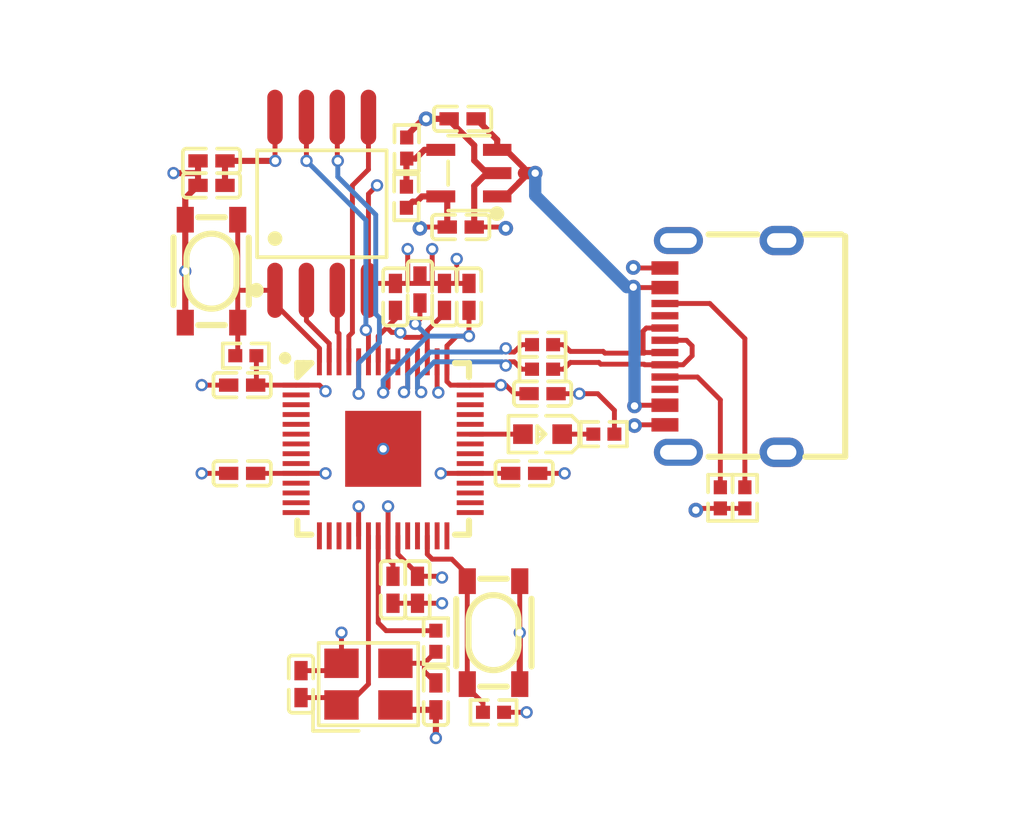
<source format=kicad_pcb>
(kicad_pcb (version 20241229) (generator "pcbnew") (generator_version "9.0")
  (layers (0 "F.Cu" signal) (4 "In1.Cu" signal) (6 "In2.Cu" signal) (2 "B.Cu" signal) (13 "F.Paste" user) (15 "B.Paste" user) (5 "F.SilkS" user "F.Silkscreen") (7 "B.SilkS" user "B.Silkscreen") (1 "F.Mask" user) (3 "B.Mask" user) (25 "Edge.Cuts" user))
  (net 0 "")
  (net 1 "output-USB_D_N")
  (net 2 "GPIO11")
  (net 3 "gpio[26]-line")
  (net 4 "SBU1")
  (net 5 "SWD_DIO")
  (net 6 "clock")
  (net 7 "GPIO23")
  (net 8 "GPIO7")
  (net 9 "XIN")
  (net 10 "SBU2")
  (net 11 "GPIO22")
  (net 12 "gpio[28]-line")
  (net 13 "GPIO8")
  (net 14 "A")
  (net 15 "power-VCC")
  (net 16 "input-USB_D_N")
  (net 17 "CC2")
  (net 18 "data_0")
  (net 19 "data_2")
  (net 20 "MISO")
  (net 21 "MOSI")
  (net 22 "output-USB_D_P")
  (net 23 "SDA")
  (net 24 "XOUT")
  (net 25 "GPIO24")
  (net 26 "GPIO17")
  (net 27 "SCLK")
  (net 28 "output")
  (net 29 "data_3")
  (net 30 "K")
  (net 31 "GPIO10")
  (net 32 "_core_regulator_out_power-VCC")
  (net 33 "CC1")
  (net 34 "SCL")
  (net 35 "GPIO21")
  (net 36 "RX")
  (net 37 "GPIO16")
  (net 38 "TX")
  (net 39 "GPIO5")
  (net 40 "SWD_CLK")
  (net 41 "input-USB_D_P")
  (net 42 "data_1")
  (net 43 "GPIO12")
  (net 44 "GPIO13")
  (net 45 "gpio[29]-line")
  (net 46 "gpio[27]-line")
  (net 47 "GPIO14")
  (net 48 "GPIO9")
  (net 49 "GPIO15")
  (net 50 "GND")
  (net 51 "GPIO4")
  (net 52 "GPIO6")
  (net 53 "VDIV_OUTPUT")
  (net 54 "power_in-VCC")
  (net 55 "chip_select")
  (net 56 "RUN")
  (net 57 "net")
  (footprint "UNI_ROYAL_0402WGF1002TCE:R0402" (layer "F.Cu") (at 0.96145 -12.273893 90)
    (property "Reference" "R1" (hide yes))
    (property "Value" "10kΩ ±1% 62.5mW")
  )
  (footprint "Samsung_Electro_Mechanics_CL05B104KO5NNNC:C0402" (layer "F.Cu") (at 0.5 -6.2 90)
    (property "Reference" "C5" (hide yes))
    (property "Value" "100nF ±10% 16V X7R")
  )
  (footprint "UNI_ROYAL_0402WGF1002TCE:R0402" (layer "F.Cu") (at 4.5 10.75 0)
    (property "Reference" "R6" (hide yes))
    (property "Value" "10kΩ ±1% 62.5mW")
  )
  (footprint "STMicroelectronics_LDK220M_R:SOT-23-5_L3.0-W1.7-P0.95-LS2.8-BL" (layer "F.Cu") (at 3.5 -11.25 90)
    (property "Reference" "U1" (hide yes))
    (property "Value" "")
  )
  (footprint "UNI_ROYAL_0402WGF1002TCE:R0402" (layer "F.Cu") (at -5.6 -3.8 0)
    (property "Reference" "R3" (hide yes))
    (property "Value" "10kΩ ±1% 62.5mW")
  )
  (footprint "Samsung_Electro_Mechanics_CL05B104KO5NNNC:C0402" (layer "F.Cu") (at 0.4 5.75 -90)
    (property "Reference" "C11" (hide yes))
    (property "Value" "100nF ±10% 16V X7R")
  )
  (footprint "Samsung_Electro_Mechanics_CL05B104KO5NNNC:C0402" (layer "F.Cu") (at 5.75 1 0)
    (property "Reference" "C13" (hide yes))
    (property "Value" "100nF ±10% 16V X7R")
  )
  (footprint "Samsung_Electro_Mechanics_CL05B104KO5NNNC:C0402" (layer "F.Cu") (at -5.75 -2.6 180)
    (property "Reference" "C14" (hide yes))
    (property "Value" "100nF ±10% 16V X7R")
  )
  (footprint "Hubei_KENTO_Elec_KT_0603R:LED0603-RD" (layer "F.Cu") (at 6.5 -0.6 180)
    (property "Reference" "LED1" (hide yes))
    (property "Value" "")
  )
  (footprint "Samsung_Electro_Mechanics_CL05A225MQ5NSNC:C0402" (layer "F.Cu") (at 2.5 -6.2 90)
    (property "Reference" "C4" (hide yes))
    (property "Value" "2.2µF ±20% 6.3V X5R")
  )
  (footprint "Samsung_Electro_Mechanics_CL05A225MQ5NSNC:C0402" (layer "F.Cu") (at -7 -11.75 180)
    (property "Reference" "C16" (hide yes))
    (property "Value" "2.2µF ±20% 6.3V X5R")
  )
  (footprint "Samsung_Electro_Mechanics_CL05B104KO5NNNC:C0402" (layer "F.Cu") (at -5.75 1 180)
    (property "Reference" "C15" (hide yes))
    (property "Value" "100nF ±10% 16V X7R")
  )
  (footprint "SHOU_HAN_TYPE_C_16PIN_2MD_073:USB-C-SMD_TYPE-C-6PIN-2MD-073" (layer "F.Cu") (at 13.87 -4.18 90)
    (property "Reference" "USB1" (hide yes))
    (property "Value" "")
  )
  (footprint "UNI_ROYAL_0402WGF1001TCE:R0402" (layer "F.Cu") (at 2.15 7.85 90)
    (property "Reference" "R4" (hide yes))
    (property "Value" "1kΩ ±1% 62.5mW")
  )
  (footprint "Samsung_Electro_Mechanics_CL05A105KA5NQNC:C0402" (layer "F.Cu") (at 3.240302 -13.466177 180)
    (property "Reference" "C1" (hide yes))
    (property "Value" "1µF ±10% 25V X5R")
  )
  (footprint "Samsung_Electro_Mechanics_CL05A225MQ5NSNC:C0402" (layer "F.Cu") (at 3.5 -6.2 90)
    (property "Reference" "C9" (hide yes))
    (property "Value" "2.2µF ±20% 6.3V X5R")
  )
  (footprint "Samsung_Electro_Mechanics_CL05A105KA5NQNC:C0402" (layer "F.Cu") (at 3.163052 -9.050075 0)
    (property "Reference" "C2" (hide yes))
    (property "Value" "1µF ±10% 25V X5R")
  )
  (footprint "UNI_ROYAL_0402WGF2002TCE:R0402" (layer "F.Cu") (at 0.948828 -10.267116 90)
    (property "Reference" "R2" (hide yes))
    (property "Value" "20kΩ ±1% 62.5mW")
  )
  (footprint "ALPSALPINE_SKRPACE010:KEY-SMD_4P-L4.2-W3.2-P2.20-LS4.6" (layer "F.Cu") (at -7 -7.25 -90)
    (property "Reference" "SW1" (hide yes))
    (property "Value" "")
  )
  (footprint "Abracon_LLC_ABM8_272_T3:CRYSTAL-SMD_4P-L3.2-W2.5-BL" (layer "F.Cu") (at -0.6 9.6 0)
    (property "Reference" "X1" (hide yes))
    (property "Value" "")
  )
  (footprint "FH_0402CG150J500NT:C0402" (layer "F.Cu") (at 2.15 10.1 -90)
    (property "Reference" "C8" (hide yes))
    (property "Value" "15pF ±5% 50V C0G")
  )
  (footprint "Samsung_Electro_Mechanics_CL05B104KO5NNNC:C0402" (layer "F.Cu") (at 1.5 -6.5 90)
    (property "Reference" "C10" (hide yes))
    (property "Value" "100nF ±10% 16V X7R")
  )
  (footprint "Winbond_Elec_W25Q128JVSIQ:SOIC-8_L5.3-W5.3-P1.27-LS8.0-BL" (layer "F.Cu") (at -2.5 -10 0)
    (property "Reference" "U3" (hide yes))
    (property "Value" "")
  )
  (footprint "ALPSALPINE_SKRPACE010:KEY-SMD_4P-L4.2-W3.2-P2.20-LS4.6" (layer "F.Cu") (at 4.5 7.5 90)
    (property "Reference" "SW2" (hide yes))
    (property "Value" "")
  )
  (footprint "YAGEO_RC0402FR_0727RL:R0402" (layer "F.Cu") (at 6.5 -4.25 180)
    (property "Reference" "R7" (hide yes))
    (property "Value" "27Ω ±1% 62.5mW")
  )
  (footprint "UNI_ROYAL_0402WGF5102TCE:R0402" (layer "F.Cu") (at 13.75 2 90)
    (property "Reference" "R9" (hide yes))
    (property "Value" "51kΩ ±1% 62.5mW")
  )
  (footprint "UNI_ROYAL_0402WGF5102TCE:R0402" (layer "F.Cu") (at 14.75 2 90)
    (property "Reference" "R10" (hide yes))
    (property "Value" "51kΩ ±1% 62.5mW")
  )
  (footprint "Samsung_Electro_Mechanics_CL05B104KO5NNNC:C0402" (layer "F.Cu") (at 6.5 -2.25 0)
    (property "Reference" "C12" (hide yes))
    (property "Value" "100nF ±10% 16V X7R")
  )
  (footprint "UNI_ROYAL_0402WGF1002TCE:R0402" (layer "F.Cu") (at 9 -0.6 180)
    (property "Reference" "R5" (hide yes))
    (property "Value" "10kΩ ±1% 62.5mW")
  )
  (footprint "YAGEO_RC0402FR_0727RL:R0402" (layer "F.Cu") (at 6.5 -3.25 180)
    (property "Reference" "R8" (hide yes))
    (property "Value" "27Ω ±1% 62.5mW")
  )
  (footprint "Samsung_Electro_Mechanics_CL05B104KO5NNNC:C0402" (layer "F.Cu") (at 1.4 5.75 -90)
    (property "Reference" "C6" (hide yes))
    (property "Value" "100nF ±10% 16V X7R")
  )
  (footprint "Samsung_Electro_Mechanics_CL05B104KO5NNNC:C0402" (layer "F.Cu") (at -7 -10.75 180)
    (property "Reference" "C17" (hide yes))
    (property "Value" "100nF ±10% 16V X7R")
  )
  (footprint "Raspberry_Pi_RP2040:LQFN-56_L7.0-W7.0-P0.4-EP" (layer "F.Cu") (at 0 0 0)
    (property "Reference" "U2" (hide yes))
    (property "Value" "")
  )
  (footprint "FH_0402CG150J500NT:C0402" (layer "F.Cu") (at -3.35 9.6 90)
    (property "Reference" "C7" (hide yes))
    (property "Value" "15pF ±5% 50V C0G")
  )
  (via (at 1.55 -2.314537) (size 0.5) (drill 0.3) (layers "F.Cu" "B.Cu") (net 1))
  (via (at 5 -3.4) (size 0.5) (drill 0.3) (layers "F.Cu" "B.Cu") (net 1))
  (via (at -1 -2.25) (size 0.5) (drill 0.3) (layers "F.Cu" "B.Cu") (net 6))
  (via (at -1.85 -11.75) (size 0.5) (drill 0.3) (layers "F.Cu" "B.Cu") (net 6))
  (via (at 0.2 2.35) (size 0.5) (drill 0.3) (layers "F.Cu" "B.Cu") (net 15))
  (via (at -4.4 -11.75) (size 0.5) (drill 0.3) (layers "F.Cu" "B.Cu") (net 15))
  (via (at 1.308065 -5.1) (size 0.5) (drill 0.3) (layers "F.Cu" "B.Cu") (net 15))
  (via (at 2.35 1) (size 0.5) (drill 0.3) (layers "F.Cu" "B.Cu") (net 15))
  (via (at -2.35 1) (size 0.5) (drill 0.3) (layers "F.Cu" "B.Cu") (net 15))
  (via (at 2.249828 -2.298886) (size 0.5) (drill 0.3) (layers "F.Cu" "B.Cu") (net 15))
  (via (at 5.85 10.75) (size 0.5) (drill 0.3) (layers "F.Cu" "B.Cu") (net 15))
  (via (at -2.35 -2.35) (size 0.5) (drill 0.3) (layers "F.Cu" "B.Cu") (net 15))
  (via (at 0 -2.3) (size 0.5) (drill 0.3) (layers "F.Cu" "B.Cu") (net 15))
  (via (at 1.5 -9) (size 0.6) (drill 0.3) (layers "F.Cu" "B.Cu") (net 15))
  (via (at 3.5 -4.6) (size 0.5) (drill 0.3) (layers "F.Cu" "B.Cu") (net 15))
  (via (at 4.8 -2.601) (size 0.5) (drill 0.3) (layers "F.Cu" "B.Cu") (net 15))
  (via (at 5 -4.1) (size 0.5) (drill 0.3) (layers "F.Cu" "B.Cu") (net 22))
  (via (at 0.85 -2.314537) (size 0.5) (drill 0.3) (layers "F.Cu" "B.Cu") (net 22))
  (via (at -0.704 -4.85) (size 0.5) (drill 0.3) (layers "F.Cu" "B.Cu") (net 29))
  (via (at -3.125 -11.75) (size 0.5) (drill 0.3) (layers "F.Cu" "B.Cu") (net 29))
  (via (at 2.4 5.25) (size 0.5) (drill 0.3) (layers "F.Cu" "B.Cu") (net 32))
  (via (at 0.7 -4.75) (size 0.5) (drill 0.3) (layers "F.Cu" "B.Cu") (net 32))
  (via (at 0 0) (size 0.5) (drill 0.3) (layers "F.Cu" "B.Cu") (net 50))
  (via (at 2 -8.15) (size 0.5) (drill 0.3) (layers "F.Cu" "B.Cu") (net 50))
  (via (at 5.57 7.5) (size 0.5) (drill 0.3) (layers "F.Cu" "B.Cu") (net 50))
  (via (at -7.4 1) (size 0.5) (drill 0.3) (layers "F.Cu" "B.Cu") (net 50))
  (via (at 10.2 -7.400003) (size 0.6) (drill 0.3) (layers "F.Cu" "B.Cu") (net 50))
  (via (at 1 -8.15) (size 0.5) (drill 0.3) (layers "F.Cu" "B.Cu") (net 50))
  (via (at 8 -2.25) (size 0.5) (drill 0.3) (layers "F.Cu" "B.Cu") (net 50))
  (via (at -1.7 7.5) (size 0.5) (drill 0.3) (layers "F.Cu" "B.Cu") (net 50))
  (via (at 5 -9) (size 0.6) (drill 0.3) (layers "F.Cu" "B.Cu") (net 50))
  (via (at 2.4 6.3) (size 0.5) (drill 0.3) (layers "F.Cu" "B.Cu") (net 50))
  (via (at 12.75 2.5) (size 0.6) (drill 0.3) (layers "F.Cu" "B.Cu") (net 50))
  (via (at -8.07 -7.25) (size 0.5) (drill 0.3) (layers "F.Cu" "B.Cu") (net 50))
  (via (at 2.15 11.8) (size 0.5) (drill 0.3) (layers "F.Cu" "B.Cu") (net 50))
  (via (at 10.25 -0.95) (size 0.6) (drill 0.3) (layers "F.Cu" "B.Cu") (net 50))
  (via (at 3 -7.75) (size 0.5) (drill 0.3) (layers "F.Cu" "B.Cu") (net 50))
  (via (at 7.4 1) (size 0.5) (drill 0.3) (layers "F.Cu" "B.Cu") (net 50))
  (via (at -0.25 -10.75) (size 0.5) (drill 0.3) (layers "F.Cu" "B.Cu") (net 50))
  (via (at -8.55 -11.25) (size 0.5) (drill 0.3) (layers "F.Cu" "B.Cu") (net 50))
  (via (at 1.75 -13.466177) (size 0.6) (drill 0.3) (layers "F.Cu" "B.Cu") (net 50))
  (via (at -1 2.35) (size 0.5) (drill 0.3) (layers "F.Cu" "B.Cu") (net 50))
  (via (at -7.4 -2.6) (size 0.5) (drill 0.3) (layers "F.Cu" "B.Cu") (net 50))
  (via (at 10.25 -1.75) (size 0.6) (drill 0.3) (layers "F.Cu" "B.Cu") (net 54))
  (via (at 10.2 -6.6) (size 0.6) (drill 0.3) (layers "F.Cu" "B.Cu") (net 54))
  (via (at 6.2 -11.25) (size 0.6) (drill 0.3) (layers "F.Cu" "B.Cu") (net 54))
  (segment (start 1.4 -2.464537) (end 1.55 -2.314537) (width 0.2) (net 1) (layer "F.Cu"))
  (segment (start 5.342499 -3.55) (end 5.15 -3.55) (width 0.2) (net 1) (layer "F.Cu"))
  (segment (start 6.07 -3.25) (end 5.642499 -3.25) (width 0.2) (net 1) (layer "F.Cu"))
  (segment (start 5.15 -3.55) (end 5 -3.4) (width 0.2) (net 1) (layer "F.Cu"))
  (segment (start 5.642499 -3.25) (end 5.342499 -3.55) (width 0.2) (net 1) (layer "F.Cu"))
  (segment (start 1.4 -3.55) (end 1.4 -2.464537) (width 0.2) (net 1) (layer "F.Cu"))
  (segment (start 4.85 -3.55) (end 5 -3.4) (width 0.2) (net 1) (layer "B.Cu"))
  (segment (start 1.4 -2.464537) (end 1.4 -2.867156) (width 0.2) (net 1) (layer "B.Cu"))
  (segment (start 2.082844 -3.55) (end 4.85 -3.55) (width 0.2) (net 1) (layer "B.Cu"))
  (segment (start 1.55 -2.314537) (end 1.4 -2.464537) (width 0.2) (net 1) (layer "B.Cu"))
  (segment (start 1.4 -2.867156) (end 2.082844 -3.55) (width 0.2) (net 1) (layer "B.Cu"))
  (segment (start -1.87 -11.77) (end -1.85 -11.75) (width 0.2) (net 6) (layer "F.Cu"))
  (segment (start -1 -3.55) (end -1 -2.25) (width 0.2) (net 6) (layer "F.Cu"))
  (segment (start -1.87 -13.53) (end -1.87 -11.77) (width 0.2) (net 6) (layer "F.Cu"))
  (segment (start -1 -3.5) (end -1 -2.25) (width 0.2) (net 6) (layer "B.Cu"))
  (segment (start -1.85 -11.75) (end -1.85 -11.1) (width 0.2) (net 6) (layer "B.Cu"))
  (segment (start -1.85 -11.1) (end -0.303 -9.553) (width 0.2) (net 6) (layer "B.Cu"))
  (segment (start -0.303 -5.5) (end -0.153 -5.35) (width 0.2) (net 6) (layer "B.Cu"))
  (segment (start -0.303 -9.553) (end -0.303 -5.5) (width 0.2) (net 6) (layer "B.Cu"))
  (segment (start -0.153 -5.35) (end -0.153 -4.347) (width 0.2) (net 6) (layer "B.Cu"))
  (segment (start -0.153 -4.347) (end -1 -3.5) (width 0.2) (net 6) (layer "B.Cu"))
  (segment (start -1.45 10.45) (end -1.7 10.45) (width 0.2) (net 9) (layer "F.Cu"))
  (segment (start -3.35 10.15) (end -2 10.15) (width 0.2) (net 9) (layer "F.Cu"))
  (segment (start -0.6 9.6) (end -1.45 10.45) (width 0.2) (net 9) (layer "F.Cu"))
  (segment (start -0.6 3.55) (end -0.6 9.6) (width 0.2) (net 9) (layer "F.Cu"))
  (segment (start -2 10.15) (end -1.7 10.45) (width 0.2) (net 9) (layer "F.Cu"))
  (segment (start 3.55 -0.6) (end 5.700001 -0.6) (width 0.2) (net 14) (layer "F.Cu"))
  (segment (start 1.5 -5.95) (end 1.5 -5.291935) (width 0.2) (net 15) (layer "F.Cu"))
  (segment (start 0.6 -3.55) (end 0.2 -3.55) (width 0.2) (net 15) (layer "F.Cu"))
  (segment (start -6.45 -11.75) (end -4.41 -11.75) (width 0.25) (net 15) (layer "F.Cu"))
  (segment (start 3.55 1) (end 2.35 1) (width 0.2) (net 15) (layer "F.Cu"))
  (segment (start 5.35 -2.25) (end 4.999 -2.601) (width 0.2) (net 15) (layer "F.Cu"))
  (segment (start 1.366116 -10.086116) (end 1.58 -10.300001) (width 0.25) (net 15) (layer "F.Cu"))
  (segment (start -5.17 -3.8) (end -5.17 -2.63) (width 0.2) (net 15) (layer "F.Cu"))
  (segment (start 3.5 -5.65) (end 3.5 -4.6) (width 0.2) (net 15) (layer "F.Cu"))
  (segment (start 4.999 -2.601) (end 4.8 -2.601) (width 0.2) (net 15) (layer "F.Cu"))
  (segment (start -4.41 -11.76) (end -4.4 -11.75) (width 0.2) (net 15) (layer "F.Cu"))
  (segment (start 0.948828 -9.837116) (end 1.197828 -10.086116) (width 0.25) (net 15) (layer "F.Cu"))
  (segment (start 2.613052 -10.300001) (end 2.613052 -9.050075) (width 0.25) (net 15) (layer "F.Cu"))
  (segment (start 0.4 4.7) (end 0.4 5.2) (width 0.2) (net 15) (layer "F.Cu"))
  (segment (start 5.95 -2.25) (end 5.35 -2.25) (width 0.2) (net 15) (layer "F.Cu"))
  (segment (start 2.6 -2.75) (end 2.6 -3.55) (width 0.2) (net 15) (layer "F.Cu"))
  (segment (start 0.2 3.55) (end 0.2 2.35) (width 0.2) (net 15) (layer "F.Cu"))
  (segment (start -5.2 1) (end -3.55 1) (width 0.2) (net 15) (layer "F.Cu"))
  (segment (start 3.55 -2.6) (end 2.75 -2.6) (width 0.2) (net 15) (layer "F.Cu"))
  (segment (start 2.683052 -9.050075) (end 1.550075 -9.050075) (width 0.2) (net 15) (layer "F.Cu"))
  (segment (start -2.6 -2.6) (end -2.35 -2.35) (width 0.2) (net 15) (layer "F.Cu"))
  (segment (start 1.5 -5.291935) (end 1.308065 -5.1) (width 0.2) (net 15) (layer "F.Cu"))
  (segment (start -3.55 -2.6) (end -2.6 -2.6) (width 0.2) (net 15) (layer "F.Cu"))
  (segment (start 0.2 4.5) (end 0.4 4.7) (width 0.2) (net 15) (layer "F.Cu"))
  (segment (start 2.6 -4.2) (end 3 -4.6) (width 0.2) (net 15) (layer "F.Cu"))
  (segment (start 3.55 1) (end 5.2 1) (width 0.2) (net 15) (layer "F.Cu"))
  (segment (start 1.197828 -10.086116) (end 1.366116 -10.086116) (width 0.25) (net 15) (layer "F.Cu"))
  (segment (start 1.58 -10.300001) (end 2.35 -10.3) (width 0.25) (net 15) (layer "F.Cu"))
  (segment (start -5.17 -2.63) (end -5.2 -2.6) (width 0.2) (net 15) (layer "F.Cu"))
  (segment (start 0.2 3.55) (end 0.2 4.5) (width 0.2) (net 15) (layer "F.Cu"))
  (segment (start 2.2 -3.55) (end 2.6 -3.55) (width 0.2) (net 15) (layer "F.Cu"))
  (segment (start 2.75 -2.6) (end 2.6 -2.75) (width 0.2) (net 15) (layer "F.Cu"))
  (segment (start -4.41 -13.53) (end -4.41 -11.76) (width 0.2) (net 15) (layer "F.Cu"))
  (segment (start 4.8 -2.601) (end 3.55 -2.601) (width 0.2) (net 15) (layer "F.Cu"))
  (segment (start 2.6 -3.55) (end 2.6 -4.2) (width 0.2) (net 15) (layer "F.Cu"))
  (segment (start -5.2 -2.6) (end -3.55 -2.6) (width 0.2) (net 15) (layer "F.Cu"))
  (segment (start 1.550075 -9.050075) (end 1.5 -9) (width 0.2) (net 15) (layer "F.Cu"))
  (segment (start 2.2 -2.348714) (end 2.249828 -2.298886) (width 0.2) (net 15) (layer "F.Cu"))
  (segment (start 2.35 -10.3) (end 2.613052 -10.300001) (width 0.25) (net 15) (layer "F.Cu"))
  (segment (start 2.2 -3.55) (end 2.2 -2.348714) (width 0.2) (net 15) (layer "F.Cu"))
  (segment (start 3 -4.6) (end 3.5 -4.6) (width 0.2) (net 15) (layer "F.Cu"))
  (segment (start 4.93 10.75) (end 5.85 10.75) (width 0.2) (net 15) (layer "F.Cu"))
  (segment (start -6.45 -11.75) (end -6.45 -10.75) (width 0.25) (net 15) (layer "F.Cu"))
  (segment (start 0.2 -3.55) (end 0.2 -2.5) (width 0.2) (net 15) (layer "F.Cu"))
  (segment (start -3.55 1) (end -2.35 1) (width 0.2) (net 15) (layer "F.Cu"))
  (segment (start 0.2 -2.5) (end 0 -2.3) (width 0.2) (net 15) (layer "F.Cu"))
  (segment (start -4.41 -14) (end -4.41 -13.53) (width 0.25) (net 15) (layer "F.Cu"))
  (segment (start 1.808065 -4.6) (end 3.5 -4.6) (width 0.2) (net 15) (layer "B.Cu"))
  (segment (start 0 -2.791935) (end 1.808065 -4.6) (width 0.2) (net 15) (layer "B.Cu"))
  (segment (start 1.308065 -5.1) (end 1.808065 -4.6) (width 0.2) (net 15) (layer "B.Cu"))
  (segment (start 0 -2.3) (end 0 -2.791935) (width 0.2) (net 15) (layer "B.Cu"))
  (segment (start 12.6 -4.2) (end 12.6 -3.8) (width 0.2) (net 16) (layer "F.Cu"))
  (segment (start 7.632501 -3.525) (end 8.8 -3.525) (width 0.2) (net 16) (layer "F.Cu"))
  (segment (start 8.87 -3.455) (end 8.8 -3.525) (width 0.2) (net 16) (layer "F.Cu"))
  (segment (start 11.49 -3.43) (end 12.23 -3.43) (width 0.2) (net 16) (layer "F.Cu"))
  (segment (start 12.37 -4.43) (end 12.6 -4.2) (width 0.2) (net 16) (layer "F.Cu"))
  (segment (start 6.93 -3.25) (end 7.357501 -3.25) (width 0.2) (net 16) (layer "F.Cu"))
  (segment (start 11.49 -3.43) (end 10.664999 -3.43) (width 0.2) (net 16) (layer "F.Cu"))
  (segment (start 7.357501 -3.25) (end 7.632501 -3.525) (width 0.2) (net 16) (layer "F.Cu"))
  (segment (start 12.23 -3.43) (end 12.6 -3.8) (width 0.2) (net 16) (layer "F.Cu"))
  (segment (start 10.664999 -3.43) (end 10.639999 -3.455) (width 0.2) (net 16) (layer "F.Cu"))
  (segment (start 11.49 -4.43) (end 12.37 -4.43) (width 0.2) (net 16) (layer "F.Cu"))
  (segment (start 10.639999 -3.455) (end 8.87 -3.455) (width 0.2) (net 16) (layer "F.Cu"))
  (segment (start 14.75 -4.5) (end 13.32 -5.93) (width 0.2) (net 17) (layer "F.Cu"))
  (segment (start 14.75 1.57) (end 14.75 -4.5) (width 0.2) (net 17) (layer "F.Cu"))
  (segment (start 13.32 -5.93) (end 11.49 -5.93) (width 0.2) (net 17) (layer "F.Cu"))
  (segment (start -0.6 -11.4) (end -0.6 -13.53) (width 0.2) (net 18) (layer "F.Cu"))
  (segment (start -1.4 -3.55) (end -1.4 -4.6) (width 0.2) (net 18) (layer "F.Cu"))
  (segment (start -1.254 -4.746) (end -1.254 -10.746) (width 0.2) (net 18) (layer "F.Cu"))
  (segment (start -1.4 -4.6) (end -1.254 -4.746) (width 0.2) (net 18) (layer "F.Cu"))
  (segment (start -1.254 -10.746) (end -0.6 -11.4) (width 0.2) (net 18) (layer "F.Cu"))
  (segment (start -1.8 -4.7) (end -1.87 -4.77) (width 0.2) (net 19) (layer "F.Cu"))
  (segment (start -1.87 -4.77) (end -1.87 -6.47) (width 0.2) (net 19) (layer "F.Cu"))
  (segment (start -1.8 -3.55) (end -1.8 -4.7) (width 0.2) (net 19) (layer "F.Cu"))
  (segment (start 1 -2.464537) (end 0.85 -2.314537) (width 0.2) (net 22) (layer "F.Cu"))
  (segment (start 1 -3.55) (end 1 -2.464537) (width 0.2) (net 22) (layer "F.Cu"))
  (segment (start 6.07 -4.25) (end 5.642499 -4.25) (width 0.2) (net 22) (layer "F.Cu"))
  (segment (start 5.642499 -4.25) (end 5.342499 -3.95) (width 0.2) (net 22) (layer "F.Cu"))
  (segment (start 5.342499 -3.95) (end 5.15 -3.95) (width 0.2) (net 22) (layer "F.Cu"))
  (segment (start 5.15 -3.95) (end 5 -4.1) (width 0.2) (net 22) (layer "F.Cu"))
  (segment (start 4.85 -3.95) (end 5 -4.1) (width 0.2) (net 22) (layer "B.Cu"))
  (segment (start 1 -3.032844) (end 1.917156 -3.95) (width 0.2) (net 22) (layer "B.Cu"))
  (segment (start 1 -2.464537) (end 1 -3.032844) (width 0.2) (net 22) (layer "B.Cu"))
  (segment (start 0.85 -2.314537) (end 1 -2.464537) (width 0.2) (net 22) (layer "B.Cu"))
  (segment (start 1.917156 -3.95) (end 4.85 -3.95) (width 0.2) (net 22) (layer "B.Cu"))
  (segment (start 0.12 7.42) (end 2.15 7.42) (width 0.2) (net 24) (layer "F.Cu"))
  (segment (start -0.2 3.55) (end -0.2 7.1) (width 0.2) (net 24) (layer "F.Cu"))
  (segment (start -0.2 7.1) (end 0.12 7.42) (width 0.2) (net 24) (layer "F.Cu"))
  (segment (start 1.68 9.08) (end 2.15 9.55) (width 0.2) (net 28) (layer "F.Cu"))
  (segment (start 1.68 8.75) (end 1.68 9.08) (width 0.2) (net 28) (layer "F.Cu"))
  (segment (start 0.5 8.75) (end 1.68 8.75) (width 0.2) (net 28) (layer "F.Cu"))
  (segment (start 1.68 8.75) (end 2.15 8.28) (width 0.2) (net 28) (layer "F.Cu"))
  (segment (start -3.13 -11.755) (end -3.125 -11.75) (width 0.2) (net 29) (layer "F.Cu"))
  (segment (start -3.13 -13.53) (end -3.13 -11.755) (width 0.2) (net 29) (layer "F.Cu"))
  (segment (start -0.6 -4.746) (end -0.704 -4.85) (width 0.2) (net 29) (layer "F.Cu"))
  (segment (start -0.6 -3.55) (end -0.6 -4.746) (width 0.2) (net 29) (layer "F.Cu"))
  (segment (start -0.704 -4.85) (end -0.704 -9.329) (width 0.2) (net 29) (layer "B.Cu"))
  (segment (start -3.125 -11.75) (end -0.704 -9.329) (width 0.2) (net 29) (layer "B.Cu"))
  (segment (start 7.299999 -0.6) (end 8.57 -0.6) (width 0.2) (net 30) (layer "F.Cu"))
  (segment (start 0.15 -4.95) (end 0.5 -5.3) (width 0.2) (net 32) (layer "F.Cu"))
  (segment (start 0.6 3.55) (end 0.6 4.3) (width 0.2) (net 32) (layer "F.Cu"))
  (segment (start -0.2 -4.6) (end 0.15 -4.95) (width 0.2) (net 32) (layer "F.Cu"))
  (segment (start 1.4 5.2) (end 2.35 5.2) (width 0.2) (net 32) (layer "F.Cu"))
  (segment (start 1.536297 -4.549) (end 1.806149 -4.818852) (width 0.2) (net 32) (layer "F.Cu"))
  (segment (start 1.4 5.1) (end 1.4 5.2) (width 0.2) (net 32) (layer "F.Cu"))
  (segment (start 1.8 -4.55) (end 1.8 -3.55) (width 0.2) (net 32) (layer "F.Cu"))
  (segment (start 0.15 -4.95) (end 0.35 -4.75) (width 0.2) (net 32) (layer "F.Cu"))
  (segment (start 1.8 -4.825) (end 1.8 -4.55) (width 0.2) (net 32) (layer "F.Cu"))
  (segment (start 0.6 4.3) (end 1.4 5.1) (width 0.2) (net 32) (layer "F.Cu"))
  (segment (start 2.5 -5.65) (end 2.5 -5.525) (width 0.2) (net 32) (layer "F.Cu"))
  (segment (start 0.5 -5.3) (end 0.5 -5.65) (width 0.2) (net 32) (layer "F.Cu"))
  (segment (start -0.2 -4.55) (end -0.2 -4.6) (width 0.2) (net 32) (layer "F.Cu"))
  (segment (start 0.7 -4.75) (end 0.901 -4.549) (width 0.2) (net 32) (layer "F.Cu"))
  (segment (start -0.2 -3.55) (end -0.2 -4.55) (width 0.2) (net 32) (layer "F.Cu"))
  (segment (start 2.5 -5.525) (end 1.8 -4.825) (width 0.2) (net 32) (layer "F.Cu"))
  (segment (start 0.901 -4.549) (end 1.536297 -4.549) (width 0.2) (net 32) (layer "F.Cu"))
  (segment (start 0.35 -4.75) (end 0.7 -4.75) (width 0.2) (net 32) (layer "F.Cu"))
  (segment (start 2.35 5.2) (end 2.4 5.25) (width 0.2) (net 32) (layer "F.Cu"))
  (segment (start 12.82 -2.93) (end 11.489999 -2.93) (width 0.2) (net 33) (layer "F.Cu"))
  (segment (start 13.75 1.57) (end 13.75 -2) (width 0.2) (net 33) (layer "F.Cu"))
  (segment (start 13.75 -2) (end 12.82 -2.93) (width 0.2) (net 33) (layer "F.Cu"))
  (segment (start 7.357501 -4.25) (end 6.93 -4.25) (width 0.2) (net 41) (layer "F.Cu"))
  (segment (start 8.972206 -3.975) (end 7.632501 -3.975) (width 0.2) (net 41) (layer "F.Cu"))
  (segment (start 11.49 -4.93) (end 10.73 -4.93) (width 0.2) (net 41) (layer "F.Cu"))
  (segment (start 7.632501 -3.975) (end 7.357501 -4.25) (width 0.2) (net 41) (layer "F.Cu"))
  (segment (start 10.6 -4) (end 10.67 -3.93) (width 0.2) (net 41) (layer "F.Cu"))
  (segment (start 10.639999 -3.905) (end 9.042206 -3.905) (width 0.2) (net 41) (layer "F.Cu"))
  (segment (start 10.67 -3.93) (end 10.664999 -3.93) (width 0.2) (net 41) (layer "F.Cu"))
  (segment (start 10.73 -4.93) (end 10.6 -4.8) (width 0.2) (net 41) (layer "F.Cu"))
  (segment (start 11.49 -3.93) (end 10.67 -3.93) (width 0.2) (net 41) (layer "F.Cu"))
  (segment (start 10.6 -4.8) (end 10.6 -4) (width 0.2) (net 41) (layer "F.Cu"))
  (segment (start 10.664999 -3.93) (end 10.639999 -3.905) (width 0.2) (net 41) (layer "F.Cu"))
  (segment (start 9.042206 -3.905) (end 8.972206 -3.975) (width 0.2) (net 41) (layer "F.Cu"))
  (segment (start -2.2 -3.55) (end -2.2 -4.3) (width 0.2) (net 42) (layer "F.Cu"))
  (segment (start -3.13 -5.23) (end -3.13 -6.47) (width 0.2) (net 42) (layer "F.Cu"))
  (segment (start -2.2 -4.3) (end -3.13 -5.23) (width 0.2) (net 42) (layer "F.Cu"))
  (segment (start 4.949925 -9.050075) (end 5 -9) (width 0.2) (net 50) (layer "F.Cu"))
  (segment (start 4.65 -11.25) (end 4.23 -11.25) (width 0.25) (net 50) (layer "F.Cu"))
  (segment (start -0.6 -6.75) (end 0.5 -6.75) (width 0.2) (net 50) (layer "F.Cu"))
  (segment (start 13.75 2.43) (end 12.82 2.43) (width 0.2) (net 50) (layer "F.Cu"))
  (segment (start -7.55 -11.75) (end -7.55 -11.25) (width 0.25) (net 50) (layer "F.Cu"))
  (segment (start 10.220003 -7.38) (end 10.2 -7.400003) (width 0.2) (net 50) (layer "F.Cu"))
  (segment (start 2 -6.75) (end 2 -8.15) (width 0.2) (net 50) (layer "F.Cu"))
  (segment (start 8 -2.25) (end 8.75 -2.25) (width 0.2) (net 50) (layer "F.Cu"))
  (segment (start -8.07 -10.23) (end -7.55 -10.75) (width 0.25) (net 50) (layer "F.Cu"))
  (segment (start -6.3 -2.6) (end -7.4 -2.6) (width 0.2) (net 50) (layer "F.Cu"))
  (segment (start -8.07 -7.25) (end -8.07 -5.15) (width 0.25) (net 50) (layer "F.Cu"))
  (segment (start -2 9.05) (end -1.7 8.75) (width 0.2) (net 50) (layer "F.Cu"))
  (segment (start 3.713052 -12.386948) (end 3.713052 -11.766948) (width 0.25) (net 50) (layer "F.Cu"))
  (segment (start 1.4 6.3) (end 2.4 6.3) (width 0.2) (net 50) (layer "F.Cu"))
  (segment (start 5.57 7.5) (end 5.57 9.6) (width 0.25) (net 50) (layer "F.Cu"))
  (segment (start 4.23 -11.25) (end 3.713052 -10.733052) (width 0.25) (net 50) (layer "F.Cu"))
  (segment (start 2.15 10.65) (end 0.7 10.65) (width 0.25) (net 50) (layer "F.Cu"))
  (segment (start 0.5 -6.75) (end 1 -6.75) (width 0.2) (net 50) (layer "F.Cu"))
  (segment (start -1.7 7.5) (end -1.7 8.75) (width 0.2) (net 50) (layer "F.Cu"))
  (segment (start 7.05 -2.25) (end 8 -2.25) (width 0.2) (net 50) (layer "F.Cu"))
  (segment (start 3 -6.75) (end 3.5 -6.75) (width 0.2) (net 50) (layer "F.Cu"))
  (segment (start 0.7 10.65) (end 0.5 10.45) (width 0.25) (net 50) (layer "F.Cu"))
  (segment (start -7.55 -11.25) (end -8.55 -11.25) (width 0.25) (net 50) (layer "F.Cu"))
  (segment (start 10.28 -0.98) (end 10.25 -0.95) (width 0.2) (net 50) (layer "F.Cu"))
  (segment (start -0.6 -10.4) (end -0.25 -10.75) (width 0.2) (net 50) (layer "F.Cu"))
  (segment (start -8.07 -7.25) (end -8.07 -9.35) (width 0.25) (net 50) (layer "F.Cu"))
  (segment (start 1.5 -6.75) (end 3 -6.75) (width 0.2) (net 50) (layer "F.Cu"))
  (segment (start -1 3.55) (end -1 2.35) (width 0.2) (net 50) (layer "F.Cu"))
  (segment (start 3.713052 -10.733052) (end 3.713052 -9.050076) (width 0.25) (net 50) (layer "F.Cu"))
  (segment (start 11.49 -7.38) (end 10.220003 -7.38) (width 0.2) (net 50) (layer "F.Cu"))
  (segment (start -3.35 9.05) (end -2 9.05) (width 0.2) (net 50) (layer "F.Cu"))
  (segment (start -6.3 1) (end -7.4 1) (width 0.2) (net 50) (layer "F.Cu"))
  (segment (start 2.690302 -13.466177) (end 2.690302 -13.409698) (width 0.25) (net 50) (layer "F.Cu"))
  (segment (start -0.6 -6.47) (end -0.6 -10.4) (width 0.2) (net 50) (layer "F.Cu"))
  (segment (start -0.6 -6.47) (end -0.6 -6.75) (width 0.2) (net 50) (layer "F.Cu"))
  (segment (start 0.4 6.3) (end 1.4 6.3) (width 0.2) (net 50) (layer "F.Cu"))
  (segment (start 6.3 1) (end 7.4 1) (width 0.2) (net 50) (layer "F.Cu"))
  (segment (start 0.96145 -12.703894) (end 0.96145 -12.78145) (width 0.25) (net 50) (layer "F.Cu"))
  (segment (start 5.57 5.4) (end 5.57 7.5) (width 0.2) (net 50) (layer "F.Cu"))
  (segment (start 11.49 -0.98) (end 10.28 -0.98) (width 0.2) (net 50) (layer "F.Cu"))
  (segment (start 2.690302 -13.409698) (end 3.713052 -12.386948) (width 0.25) (net 50) (layer "F.Cu"))
  (segment (start -7.55 -11.25) (end -7.55 -10.75) (width 0.25) (net 50) (layer "F.Cu"))
  (segment (start 1 -6.75) (end 1 -8.15) (width 0.2) (net 50) (layer "F.Cu"))
  (segment (start 2.15 10.65) (end 2.15 11.8) (width 0.25) (net 50) (layer "F.Cu"))
  (segment (start 3.783052 -9.050075) (end 4.949925 -9.050075) (width 0.2) (net 50) (layer "F.Cu"))
  (segment (start 3 -6.75) (end 3 -7.75) (width 0.2) (net 50) (layer "F.Cu"))
  (segment (start 12.82 2.43) (end 12.75 2.5) (width 0.2) (net 50) (layer "F.Cu"))
  (segment (start 3.713052 -11.766948) (end 4.23 -11.25) (width 0.25) (net 50) (layer "F.Cu"))
  (segment (start 9.43 -1.57) (end 9.43 -0.6) (width 0.2) (net 50) (layer "F.Cu"))
  (segment (start 1.646177 -13.466177) (end 1.75 -13.466177) (width 0.25) (net 50) (layer "F.Cu"))
  (segment (start 14.75 2.43) (end 13.75 2.43) (width 0.2) (net 50) (layer "F.Cu"))
  (segment (start -8.07 -9.35) (end -8.07 -10.23) (width 0.25) (net 50) (layer "F.Cu"))
  (segment (start 4.65 -11.25) (end 4.23 -11.25) (width 0.25) (net 50) (layer "F.Cu"))
  (segment (start 8.75 -2.25) (end 9.43 -1.57) (width 0.2) (net 50) (layer "F.Cu"))
  (segment (start 1 -6.75) (end 1.5 -6.75) (width 0.2) (net 50) (layer "F.Cu"))
  (segment (start 1.75 -13.466177) (end 2.690302 -13.466177) (width 0.25) (net 50) (layer "F.Cu"))
  (segment (start 0.96145 -12.78145) (end 1.646177 -13.466177) (width 0.25) (net 50) (layer "F.Cu"))
  (segment (start 0.961451 -11.843894) (end 1.323894 -11.843894) (width 0.25) (net 53) (layer "F.Cu"))
  (segment (start 0.948828 -10.697116) (end 0.948828 -11.831271) (width 0.25) (net 53) (layer "F.Cu"))
  (segment (start 1.68 -12.2) (end 2.35 -12.2) (width 0.25) (net 53) (layer "F.Cu"))
  (segment (start 0.948828 -11.831271) (end 0.961451 -11.843894) (width 0.25) (net 53) (layer "F.Cu"))
  (segment (start 1.323894 -11.843894) (end 1.68 -12.2) (width 0.25) (net 53) (layer "F.Cu"))
  (segment (start 5.74 -11.06) (end 5.74 -11.25) (width 0.25) (net 54) (layer "F.Cu"))
  (segment (start 4.65 -10.3) (end 4.985 -10.3) (width 0.25) (net 54) (layer "F.Cu"))
  (segment (start 5.74 -11.46) (end 5 -12.2) (width 0.25) (net 54) (layer "F.Cu"))
  (segment (start 5 -12.2) (end 4.65 -12.2) (width 0.25) (net 54) (layer "F.Cu"))
  (segment (start 4.65 -12.606479) (end 3.790302 -13.466177) (width 0.25) (net 54) (layer "F.Cu"))
  (segment (start 5.74 -11.25) (end 5.74 -11.46) (width 0.25) (net 54) (layer "F.Cu"))
  (segment (start 11.49 -1.78) (end 10.28 -1.78) (width 0.2) (net 54) (layer "F.Cu"))
  (segment (start 6.2 -11.25) (end 5.74 -11.25) (width 0.5) (net 54) (layer "F.Cu"))
  (segment (start 5.54 -10.86) (end 5.74 -11.06) (width 0.25) (net 54) (layer "F.Cu"))
  (segment (start 10.22 -6.58) (end 10.2 -6.6) (width 0.2) (net 54) (layer "F.Cu"))
  (segment (start 4.65 -12.2) (end 4.65 -12.606479) (width 0.25) (net 54) (layer "F.Cu"))
  (segment (start 10.28 -1.78) (end 10.25 -1.75) (width 0.2) (net 54) (layer "F.Cu"))
  (segment (start 11.49 -6.58) (end 10.22 -6.58) (width 0.2) (net 54) (layer "F.Cu"))
  (segment (start 4.985 -10.3) (end 5.54 -10.855) (width 0.25) (net 54) (layer "F.Cu"))
  (segment (start 5.54 -10.855) (end 5.54 -10.86) (width 0.25) (net 54) (layer "F.Cu"))
  (segment (start 9.937928 -6.6) (end 6.2 -10.337928) (width 0.5) (net 54) (layer "B.Cu"))
  (segment (start 10.2 -6.6) (end 9.937928 -6.6) (width 0.5) (net 54) (layer "B.Cu"))
  (segment (start 10.25 -1.75) (end 10.25 -6.55) (width 0.5) (net 54) (layer "B.Cu"))
  (segment (start 10.25 -6.55) (end 10.2 -6.6) (width 0.5) (net 54) (layer "B.Cu"))
  (segment (start 6.2 -10.337928) (end 6.2 -11.25) (width 0.5) (net 54) (layer "B.Cu"))
  (segment (start -4.41 -5.91) (end -2.6 -4.1) (width 0.2) (net 55) (layer "F.Cu"))
  (segment (start -5.93 -6.5) (end -5.93 -9.35) (width 0.2) (net 55) (layer "F.Cu"))
  (segment (start -5.9 -6.47) (end -5.93 -6.5) (width 0.2) (net 55) (layer "F.Cu"))
  (segment (start -2.6 -4.1) (end -2.6 -3.55) (width 0.2) (net 55) (layer "F.Cu"))
  (segment (start -5.93 -5.15) (end -5.93 -3.9) (width 0.2) (net 55) (layer "F.Cu"))
  (segment (start -5.93 -3.9) (end -6.03 -3.8) (width 0.2) (net 55) (layer "F.Cu"))
  (segment (start -4.41 -6.47) (end -4.41 -5.91) (width 0.2) (net 55) (layer "F.Cu"))
  (segment (start -4.41 -6.47) (end -5.9 -6.47) (width 0.2) (net 55) (layer "F.Cu"))
  (segment (start -5.93 -5.15) (end -5.93 -6.5) (width 0.2) (net 55) (layer "F.Cu"))
  (segment (start 2 4.5) (end 2.8 4.5) (width 0.2) (net 56) (layer "F.Cu"))
  (segment (start 1.8 3.55) (end 1.8 4.3) (width 0.2) (net 56) (layer "F.Cu"))
  (segment (start 3.43 9.73) (end 4.07 10.37) (width 0.2) (net 56) (layer "F.Cu"))
  (segment (start 3.43 5.4) (end 3.43 9.6) (width 0.2) (net 56) (layer "F.Cu"))
  (segment (start 3.43 9.6) (end 3.43 9.73) (width 0.2) (net 56) (layer "F.Cu"))
  (segment (start 3.43 5.13) (end 3.43 5.4) (width 0.2) (net 56) (layer "F.Cu"))
  (segment (start 4.07 10.37) (end 4.07 10.75) (width 0.2) (net 56) (layer "F.Cu"))
  (segment (start 2.8 4.5) (end 3.43 5.13) (width 0.2) (net 56) (layer "F.Cu"))
  (segment (start 1.8 4.3) (end 2 4.5) (width 0.2) (net 56) (layer "F.Cu"))
)
</source>
